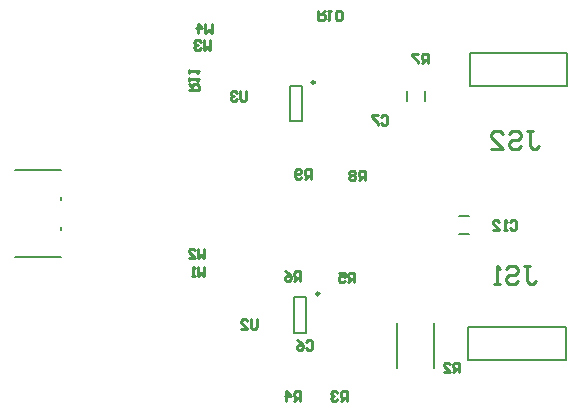
<source format=gbo>
G04*
G04 #@! TF.GenerationSoftware,Altium Limited,Altium Designer,19.1.7 (138)*
G04*
G04 Layer_Color=32896*
%FSLAX44Y44*%
%MOMM*%
G71*
G01*
G75*
%ADD10C,0.2500*%
%ADD12C,0.2000*%
%ADD13C,0.2540*%
D10*
X691640Y808060D02*
G03*
X691640Y808060I-1250J0D01*
G01*
X687830Y987010D02*
G03*
X687830Y987010I-1250J0D01*
G01*
D12*
X810070Y858640D02*
X818070D01*
X810070Y873640D02*
X818070D01*
X817880Y779780D02*
X900430D01*
Y751840D02*
Y779780D01*
X817880Y751840D02*
X900430D01*
X817880D02*
Y779780D01*
X819150Y984250D02*
X901700D01*
X819150D02*
Y1012190D01*
X901700D01*
Y984250D02*
Y1012190D01*
X670640Y775060D02*
Y805060D01*
X680640Y775060D02*
Y805060D01*
X670640Y775060D02*
X680640D01*
X670640Y805060D02*
X680640D01*
X788930Y745540D02*
Y783540D01*
X757930Y745540D02*
Y783540D01*
X780930Y971360D02*
Y979360D01*
X765930Y971360D02*
Y979360D01*
X473130Y862460D02*
Y864620D01*
Y887860D02*
Y890020D01*
X434130Y913260D02*
X473130D01*
X434130Y839220D02*
X473130D01*
X666830Y954010D02*
Y984010D01*
X676830Y954010D02*
Y984010D01*
X666830Y954010D02*
X676830D01*
X666830Y984010D02*
X676830D01*
D13*
X864873Y831845D02*
X869952D01*
X867412D01*
Y819149D01*
X869952Y816610D01*
X872491D01*
X875030Y819149D01*
X849638Y829306D02*
X852177Y831845D01*
X857256D01*
X859795Y829306D01*
Y826767D01*
X857256Y824228D01*
X852177D01*
X849638Y821688D01*
Y819149D01*
X852177Y816610D01*
X857256D01*
X859795Y819149D01*
X844560Y816610D02*
X839482D01*
X842021D01*
Y831845D01*
X844560Y829306D01*
X867413Y946145D02*
X872492D01*
X869952D01*
Y933449D01*
X872492Y930910D01*
X875031D01*
X877570Y933449D01*
X852178Y943606D02*
X854717Y946145D01*
X859796D01*
X862335Y943606D01*
Y941067D01*
X859796Y938528D01*
X854717D01*
X852178Y935988D01*
Y933449D01*
X854717Y930910D01*
X859796D01*
X862335Y933449D01*
X836943Y930910D02*
X847100D01*
X836943Y941067D01*
Y943606D01*
X839482Y946145D01*
X844561D01*
X847100Y943606D01*
X600630Y1036697D02*
Y1028700D01*
X597964Y1031366D01*
X595299Y1028700D01*
Y1036697D01*
X588634Y1028700D02*
Y1036697D01*
X592633Y1032699D01*
X587301D01*
X599360Y1022727D02*
Y1014730D01*
X596694Y1017396D01*
X594029Y1014730D01*
Y1022727D01*
X591363Y1021395D02*
X590030Y1022727D01*
X587364D01*
X586031Y1021395D01*
Y1020062D01*
X587364Y1018729D01*
X588697D01*
X587364D01*
X586031Y1017396D01*
Y1016063D01*
X587364Y1014730D01*
X590030D01*
X591363Y1016063D01*
X594520Y846197D02*
Y838200D01*
X591854Y840866D01*
X589188Y838200D01*
Y846197D01*
X581191Y838200D02*
X586523D01*
X581191Y843532D01*
Y844865D01*
X582524Y846197D01*
X585190D01*
X586523Y844865D01*
X594440Y830957D02*
Y822960D01*
X591774Y825626D01*
X589108Y822960D01*
Y830957D01*
X586442Y822960D02*
X583777D01*
X585109D01*
Y830957D01*
X586442Y829624D01*
X629920Y979547D02*
Y972883D01*
X628587Y971550D01*
X625921D01*
X624588Y972883D01*
Y979547D01*
X621923Y978214D02*
X620590Y979547D01*
X617924D01*
X616591Y978214D01*
Y976882D01*
X617924Y975549D01*
X619257D01*
X617924D01*
X616591Y974216D01*
Y972883D01*
X617924Y971550D01*
X620590D01*
X621923Y972883D01*
X638810Y786507D02*
Y779843D01*
X637477Y778510D01*
X634811D01*
X633478Y779843D01*
Y786507D01*
X625481Y778510D02*
X630813D01*
X625481Y783842D01*
Y785174D01*
X626814Y786507D01*
X629480D01*
X630813Y785174D01*
X581660Y980320D02*
X589657D01*
Y984319D01*
X588325Y985652D01*
X585659D01*
X584326Y984319D01*
Y980320D01*
Y982986D02*
X581660Y985652D01*
Y988317D02*
Y990983D01*
Y989650D01*
X589657D01*
X588325Y988317D01*
X581660Y994982D02*
Y997648D01*
Y996315D01*
X589657D01*
X588325Y994982D01*
X690880Y1047750D02*
Y1039753D01*
X694879D01*
X696212Y1041086D01*
Y1043751D01*
X694879Y1045084D01*
X690880D01*
X693546D02*
X696212Y1047750D01*
X698877D02*
X701543D01*
X700210D01*
Y1039753D01*
X698877Y1041086D01*
X705542D02*
X706875Y1039753D01*
X709541D01*
X710874Y1041086D01*
Y1046417D01*
X709541Y1047750D01*
X706875D01*
X705542Y1046417D01*
Y1041086D01*
X684530Y905510D02*
Y913507D01*
X680531D01*
X679198Y912175D01*
Y909509D01*
X680531Y908176D01*
X684530D01*
X681864D02*
X679198Y905510D01*
X676533Y906843D02*
X675200Y905510D01*
X672534D01*
X671201Y906843D01*
Y912175D01*
X672534Y913507D01*
X675200D01*
X676533Y912175D01*
Y910842D01*
X675200Y909509D01*
X671201D01*
X730250Y904240D02*
Y912237D01*
X726251D01*
X724918Y910904D01*
Y908239D01*
X726251Y906906D01*
X730250D01*
X727584D02*
X724918Y904240D01*
X722253Y910904D02*
X720920Y912237D01*
X718254D01*
X716921Y910904D01*
Y909572D01*
X718254Y908239D01*
X716921Y906906D01*
Y905573D01*
X718254Y904240D01*
X720920D01*
X722253Y905573D01*
Y906906D01*
X720920Y908239D01*
X722253Y909572D01*
Y910904D01*
X720920Y908239D02*
X718254D01*
X783590Y1003300D02*
Y1011297D01*
X779591D01*
X778258Y1009965D01*
Y1007299D01*
X779591Y1005966D01*
X783590D01*
X780924D02*
X778258Y1003300D01*
X775593Y1011297D02*
X770261D01*
Y1009965D01*
X775593Y1004633D01*
Y1003300D01*
X675640Y819150D02*
Y827147D01*
X671641D01*
X670308Y825815D01*
Y823149D01*
X671641Y821816D01*
X675640D01*
X672974D02*
X670308Y819150D01*
X662311Y827147D02*
X664977Y825815D01*
X667643Y823149D01*
Y820483D01*
X666310Y819150D01*
X663644D01*
X662311Y820483D01*
Y821816D01*
X663644Y823149D01*
X667643D01*
X721360Y817880D02*
Y825877D01*
X717361D01*
X716028Y824545D01*
Y821879D01*
X717361Y820546D01*
X721360D01*
X718694D02*
X716028Y817880D01*
X708031Y825877D02*
X713363D01*
Y821879D01*
X710697Y823212D01*
X709364D01*
X708031Y821879D01*
Y819213D01*
X709364Y817880D01*
X712030D01*
X713363Y819213D01*
X675640Y717550D02*
Y725547D01*
X671641D01*
X670308Y724214D01*
Y721549D01*
X671641Y720216D01*
X675640D01*
X672974D02*
X670308Y717550D01*
X663644D02*
Y725547D01*
X667643Y721549D01*
X662311D01*
X715010Y717550D02*
Y725547D01*
X711011D01*
X709678Y724214D01*
Y721549D01*
X711011Y720216D01*
X715010D01*
X712344D02*
X709678Y717550D01*
X707013Y724214D02*
X705680Y725547D01*
X703014D01*
X701681Y724214D01*
Y722882D01*
X703014Y721549D01*
X704347D01*
X703014D01*
X701681Y720216D01*
Y718883D01*
X703014Y717550D01*
X705680D01*
X707013Y718883D01*
X810260Y741680D02*
Y749677D01*
X806261D01*
X804928Y748344D01*
Y745679D01*
X806261Y744346D01*
X810260D01*
X807594D02*
X804928Y741680D01*
X796931D02*
X802263D01*
X796931Y747012D01*
Y748344D01*
X798264Y749677D01*
X800930D01*
X802263Y748344D01*
X853188Y868995D02*
X854521Y870327D01*
X857187D01*
X858520Y868995D01*
Y863663D01*
X857187Y862330D01*
X854521D01*
X853188Y863663D01*
X850523Y862330D02*
X847857D01*
X849190D01*
Y870327D01*
X850523Y868995D01*
X838526Y862330D02*
X843858D01*
X838526Y867662D01*
Y868995D01*
X839859Y870327D01*
X842525D01*
X843858Y868995D01*
X743968Y957895D02*
X745301Y959227D01*
X747967D01*
X749300Y957895D01*
Y952563D01*
X747967Y951230D01*
X745301D01*
X743968Y952563D01*
X741303Y959227D02*
X735971D01*
Y957895D01*
X741303Y952563D01*
Y951230D01*
X680468Y767394D02*
X681801Y768727D01*
X684467D01*
X685800Y767394D01*
Y762063D01*
X684467Y760730D01*
X681801D01*
X680468Y762063D01*
X672471Y768727D02*
X675137Y767394D01*
X677803Y764729D01*
Y762063D01*
X676470Y760730D01*
X673804D01*
X672471Y762063D01*
Y763396D01*
X673804Y764729D01*
X677803D01*
M02*

</source>
